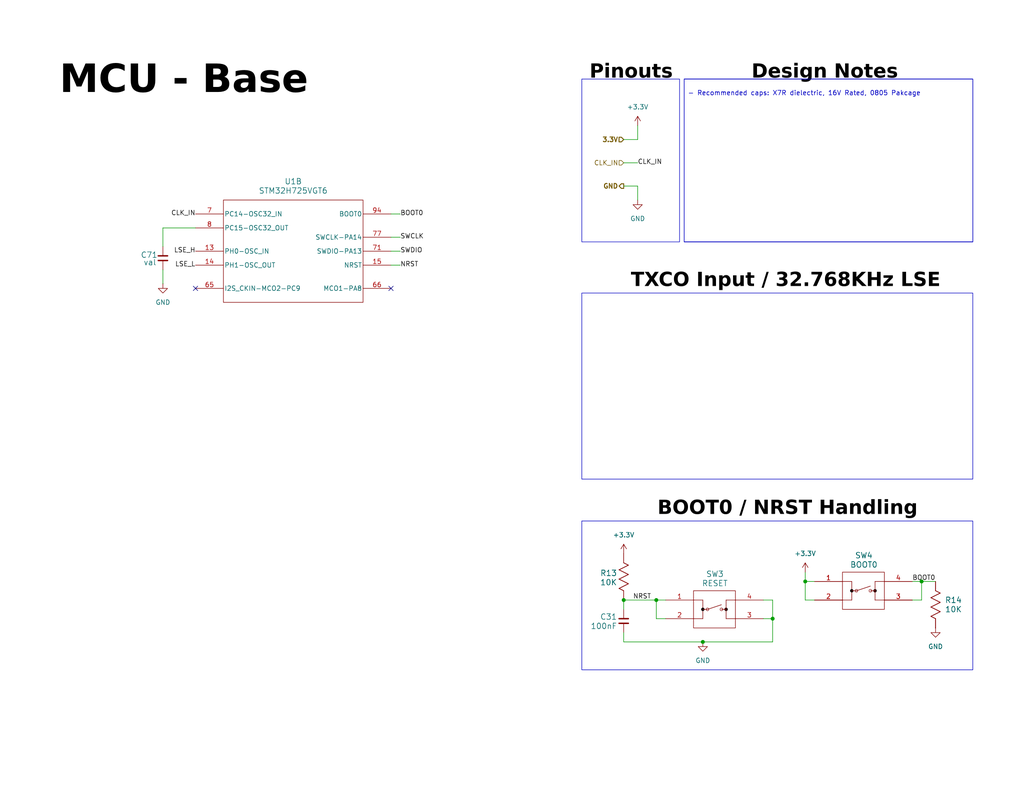
<source format=kicad_sch>
(kicad_sch (version 20250114) (generator "eeschema") (generator_version "9.0")
  (paper "USLetter")
  (title_block (title "${BOARD_NAME}") (date "2025-04-07") (rev "${REVISION}") (company "${DESIGNER}"))
  (lib_symbols
    (symbol "local-button:SKQGADE010" (pin_names (offset 0.254))
      (property "Reference" "SW" (at 13.208 4.064 0))
      (property "Value" "SKQGADE010" (at 13.208 1.524 0))
      (symbol "SKQGADE010_0_1"
        (rectangle (start 7.62 0) (end 19.05 -10.16))
        (polyline (pts (xy 7.62 -2.54) (xy 10.16 -2.54)))
        (polyline (pts (xy 7.62 -7.62) (xy 10.16 -7.62)))
        (polyline (pts (xy 10.16 -2.54) (xy 10.16 -7.62)))
        (circle (center 10.16 -5.08) (radius 0.381) (stroke (width 0) (color 0 0 0 1)) (fill (type outline)))
        (circle (center 11.43 -5.08) (radius 0.381) (stroke (width 0.127)))
        (circle (center 15.24 -5.08) (radius 0.381) (stroke (width 0.127)))
        (circle (center 16.51 -5.08) (radius 0.381) (stroke (width 0) (color 0 0 0 1)) (fill (type outline)))
        (polyline (pts (xy 16.51 -7.62) (xy 16.51 -2.54)))
        (polyline (pts (xy 19.05 -2.54) (xy 16.51 -2.54)))
        (polyline (pts (xy 19.05 -7.62) (xy 16.51 -7.62)))
      )
      (symbol "SKQGADE010_1_1"
        (polyline (pts (xy 10.16 -5.08) (xy 11.43 -5.08)))
        (polyline (pts (xy 11.43 -5.08) (xy 15.24 -3.81)))
        (polyline (pts (xy 16.51 -5.08) (xy 15.24 -5.08)))
        (pin unspecified line (at 0 -2.54 0) (length 7.62) (name "") (number "1"))
        (pin unspecified line (at 0 -7.62 0) (length 7.62) (name "") (number "2"))
        (pin unspecified line (at 26.67 -2.54 180) (length 7.62) (name "") (number "4"))
        (pin unspecified line (at 26.67 -7.62 180) (length 7.62) (name "") (number "3"))
      )
    )
    (symbol "local-cap:Kemet-0805-Cap" (pin_names (offset 0.254))
      (property "Reference" "C" (at 3.048 2.54 0))
      (property "Value" "val" (at 3.048 -2.54 0))
      (symbol "Kemet-0805-Cap_1_1"
        (polyline (pts (xy 2.54 -1.27) (xy 2.54 1.27)) (stroke (width 0.381)))
        (polyline (pts (xy 3.81 -1.27) (xy 3.81 1.27)) (stroke (width 0.381)))
        (pin bidirectional line (at 0 0 0) (length 2.54) (name "") (number "1"))
        (pin bidirectional line (at 6.35 0 180) (length 2.54) (name "") (number "2"))
      )
      (symbol "Kemet-0805-Cap_1_2"
        (polyline (pts (xy -1.905 -3.4798) (xy 1.905 -3.4798)) (stroke (width 0.2032)))
        (polyline (pts (xy -1.905 -4.1148) (xy 1.905 -4.1148)) (stroke (width 0.2032)))
        (polyline (pts (xy 0 -2.54) (xy 0 -3.4798)) (stroke (width 0.2032)))
        (polyline (pts (xy 0 -4.1148) (xy 0 -5.08)) (stroke (width 0.2032)))
        (pin unspecified line (at 0 0 270) (length 2.54) (name "") (number "1"))
        (pin unspecified line (at 0 -7.62 90) (length 2.54) (name "") (number "2"))
      )
    )
    (symbol "local-mcu:STM32H725VGT6" (pin_names (offset 0.254))
      (property "Reference" "U" (at 28.194 4.318 0))
      (property "Value" "STM32H725VGT6" (at 28.194 1.778 0))
      (symbol "STM32H725VGT6_1_1"
        (polyline (pts (xy 0 0) (xy 0 -67.31)) (stroke (width 0.127)))
        (polyline (pts (xy 0 -67.31) (xy 55.88 -67.31)) (stroke (width 0.127)))
        (polyline (pts (xy 55.88 0) (xy 0 0)) (stroke (width 0.127)))
        (polyline (pts (xy 55.88 -67.31) (xy 55.88 0)) (stroke (width 0.127)))
        (pin power_in line (at -7.62 -3.81 0) (length 7.62) (name "VDD") (number "4"))
        (pin power_in line (at -7.62 -7.62 0) (length 7.62) (name "VDD") (number "20"))
        (pin power_in line (at -7.62 -11.43 0) (length 7.62) (name "VDD") (number "30"))
        (pin power_in line (at -7.62 -15.24 0) (length 7.62) (name "VDD") (number "47"))
        (pin power_in line (at -7.62 -19.05 0) (length 7.62) (name "VDD") (number "59"))
        (pin power_in line (at -7.62 -22.86 0) (length 7.62) (name "VDD") (number "75"))
        (pin power_in line (at -7.62 -26.67 0) (length 7.62) (name "VDD") (number "88"))
        (pin power_in line (at -7.62 -30.48 0) (length 7.62) (name "VDD") (number "100"))
        (pin power_out line (at -7.62 -40.64 0) (length 7.62) (name "VSS") (number "21"))
        (pin power_out line (at -7.62 -44.45 0) (length 7.62) (name "VSSA") (number "22"))
        (pin power_out line (at -7.62 -48.26 0) (length 7.62) (name "VSS") (number "29"))
        (pin power_out line (at -7.62 -52.07 0) (length 7.62) (name "VSS") (number "45"))
        (pin power_out line (at -7.62 -55.88 0) (length 7.62) (name "VSS") (number "58"))
        (pin power_out line (at -7.62 -59.69 0) (length 7.62) (name "VSS") (number "73"))
        (pin power_out line (at -7.62 -63.5 0) (length 7.62) (name "VSS") (number "98"))
        (pin power_in line (at 63.5 -3.81 180) (length 7.62) (name "VREF+") (number "23"))
        (pin power_in line (at 63.5 -7.62 180) (length 7.62) (name "VDDA") (number "24"))
        (pin power_in line (at 63.5 -13.97 180) (length 7.62) (name "VDDLDO") (number "46"))
        (pin power_in line (at 63.5 -17.78 180) (length 7.62) (name "VDDLDO") (number "99"))
        (pin power_in line (at 63.5 -21.59 180) (length 7.62) (name "VDDLDO") (number "74"))
        (pin power_in line (at 63.5 -27.94 180) (length 7.62) (name "VBAT") (number "5"))
        (pin power_in line (at 63.5 -31.75 180) (length 7.62) (name "VDD33USB") (number "76"))
        (pin power_in line (at 63.5 -38.1 180) (length 7.62) (name "VCAP") (number "44"))
        (pin power_in line (at 63.5 -41.91 180) (length 7.62) (name "VCAP") (number "72"))
        (pin power_in line (at 63.5 -45.72 180) (length 7.62) (name "VCAP") (number "97"))
        (pin power_in line (at 63.5 -52.07 180) (length 7.62) (name "VFBSMPS") (number "12"))
        (pin power_in line (at 63.5 -55.88 180) (length 7.62) (name "VDDSMPS") (number "11"))
        (pin power_in line (at 63.5 -59.69 180) (length 7.62) (name "VLXSMPS") (number "10"))
        (pin power_out line (at 63.5 -63.5 180) (length 7.62) (name "VSSSMPS") (number "9"))
      )
      (symbol "STM32H725VGT6_2_1"
        (rectangle (start 7.62 0) (end 45.72 -27.94))
        (pin bidirectional line (at 0 -3.81 0) (length 7.62) (name "PC14-OSC32_IN") (number "7"))
        (pin bidirectional line (at 0 -7.62 0) (length 7.62) (name "PC15-OSC32_OUT") (number "8"))
        (pin bidirectional line (at 0 -13.97 0) (length 7.62) (name "PH0-OSC_IN") (number "13"))
        (pin bidirectional line (at 0 -17.78 0) (length 7.62) (name "PH1-OSC_OUT") (number "14"))
        (pin bidirectional line (at 0 -24.13 0) (length 7.62) (name "I2S_CKIN-MCO2-PC9") (number "65"))
        (pin input line (at 53.34 -3.81 180) (length 7.62) (name "BOOT0") (number "94"))
        (pin output line (at 53.34 -10.16 180) (length 7.62) (name "SWCLK-PA14") (number "77"))
        (pin bidirectional line (at 53.34 -13.97 180) (length 7.62) (name "SWDIO-PA13") (number "71"))
        (pin bidirectional line (at 53.34 -17.78 180) (length 7.62) (name "NRST") (number "15"))
        (pin bidirectional line (at 53.34 -24.13 180) (length 7.62) (name "MCO1-PA8") (number "66"))
      )
      (symbol "STM32H725VGT6_3_1"
        (pin bidirectional line (at 0 0 0) (length 7.62) (name "PE2") (number "1"))
        (pin bidirectional line (at 0 -2.54 0) (length 7.62) (name "PE4") (number "2"))
        (pin bidirectional line (at 0 -5.08 0) (length 7.62) (name "PE5") (number "3"))
        (pin bidirectional line (at 0 -12.7 0) (length 7.62) (name "PC13") (number "6"))
        (pin bidirectional line (at 0 -38.1 0) (length 7.62) (name "PC0") (number "16"))
        (pin bidirectional line (at 0 -40.64 0) (length 7.62) (name "PC1") (number "17"))
        (pin bidirectional line (at 0 -43.18 0) (length 7.62) (name "PC2_C") (number "18"))
        (pin bidirectional line (at 0 -45.72 0) (length 7.62) (name "PC3_C") (number "19"))
        (pin bidirectional line (at 0 -60.96 0) (length 7.62) (name "PA0") (number "25"))
        (pin bidirectional line (at 0 -63.5 0) (length 7.62) (name "PA1") (number "26"))
        (pin bidirectional line (at 0 -66.04 0) (length 7.62) (name "PA2") (number "27"))
        (pin bidirectional line (at 0 -68.58 0) (length 7.62) (name "PA3") (number "28"))
        (pin bidirectional line (at 0 -76.2 0) (length 7.62) (name "PA4") (number "31"))
        (pin bidirectional line (at 0 -78.74 0) (length 7.62) (name "PA5") (number "32"))
        (pin bidirectional line (at 0 -81.28 0) (length 7.62) (name "PA6") (number "33"))
        (pin bidirectional line (at 0 -83.82 0) (length 7.62) (name "PA7") (number "34"))
        (pin bidirectional line (at 0 -86.36 0) (length 7.62) (name "PC4") (number "35"))
        (pin bidirectional line (at 0 -88.9 0) (length 7.62) (name "PC5") (number "36"))
        (pin bidirectional line (at 0 -91.44 0) (length 7.62) (name "PB0") (number "37"))
        (pin bidirectional line (at 0 -93.98 0) (length 7.62) (name "PB1") (number "38"))
        (pin bidirectional line (at 0 -96.52 0) (length 7.62) (name "PB2") (number "39"))
        (pin bidirectional line (at 0 -99.06 0) (length 7.62) (name "PE7") (number "40"))
        (pin bidirectional line (at 0 -101.6 0) (length 7.62) (name "PE8") (number "41"))
        (pin bidirectional line (at 0 -104.14 0) (length 7.62) (name "PB10") (number "42"))
        (pin bidirectional line (at 0 -106.68 0) (length 7.62) (name "PB11") (number "43"))
        (pin bidirectional line (at 0 -119.38 0) (length 7.62) (name "PB12") (number "48"))
        (pin bidirectional line (at 0 -121.92 0) (length 7.62) (name "PB13") (number "49"))
        (pin bidirectional line (at 0 -124.46 0) (length 7.62) (name "PB14") (number "50"))
        (pin bidirectional line (at 71.12 -10.16 180) (length 7.62) (name "PB9") (number "96"))
        (pin bidirectional line (at 71.12 -12.7 180) (length 7.62) (name "PB8") (number "95"))
        (pin bidirectional line (at 71.12 -17.78 180) (length 7.62) (name "PB7") (number "93"))
        (pin bidirectional line (at 71.12 -20.32 180) (length 7.62) (name "PB6") (number "92"))
        (pin bidirectional line (at 71.12 -22.86 180) (length 7.62) (name "PB5") (number "91"))
        (pin bidirectional line (at 71.12 -25.4 180) (length 7.62) (name "PB4") (number "90"))
        (pin bidirectional line (at 71.12 -27.94 180) (length 7.62) (name "PB3") (number "89"))
        (pin bidirectional line (at 71.12 -33.02 180) (length 7.62) (name "PD5") (number "87"))
        (pin bidirectional line (at 71.12 -35.56 180) (length 7.62) (name "PD4") (number "86"))
        (pin bidirectional line (at 71.12 -38.1 180) (length 7.62) (name "PD3") (number "85"))
        (pin bidirectional line (at 71.12 -40.64 180) (length 7.62) (name "PD2") (number "84"))
        (pin bidirectional line (at 71.12 -43.18 180) (length 7.62) (name "PD1") (number "83"))
        (pin bidirectional line (at 71.12 -45.72 180) (length 7.62) (name "PD0") (number "82"))
        (pin bidirectional line (at 71.12 -48.26 180) (length 7.62) (name "PC12") (number "81"))
        (pin bidirectional line (at 71.12 -50.8 180) (length 7.62) (name "PC11") (number "80"))
        (pin bidirectional line (at 71.12 -53.34 180) (length 7.62) (name "PC10") (number "79"))
        (pin bidirectional line (at 71.12 -55.88 180) (length 7.62) (name "PA15") (number "78"))
        (pin bidirectional line (at 71.12 -76.2 180) (length 7.62) (name "PA12") (number "70"))
        (pin bidirectional line (at 71.12 -78.74 180) (length 7.62) (name "PA11") (number "69"))
        (pin bidirectional line (at 71.12 -81.28 180) (length 7.62) (name "PA10") (number "68"))
        (pin bidirectional line (at 71.12 -83.82 180) (length 7.62) (name "PA9") (number "67"))
        (pin bidirectional line (at 71.12 -91.44 180) (length 7.62) (name "PC8") (number "64"))
        (pin bidirectional line (at 71.12 -93.98 180) (length 7.62) (name "PC7") (number "63"))
        (pin bidirectional line (at 71.12 -96.52 180) (length 7.62) (name "PC6") (number "62"))
        (pin bidirectional line (at 71.12 -99.06 180) (length 7.62) (name "PD15") (number "61"))
        (pin bidirectional line (at 71.12 -101.6 180) (length 7.62) (name "PD14") (number "60"))
        (pin bidirectional line (at 71.12 -109.22 180) (length 7.62) (name "PD13") (number "57"))
        (pin bidirectional line (at 71.12 -111.76 180) (length 7.62) (name "PD12") (number "56"))
        (pin bidirectional line (at 71.12 -114.3 180) (length 7.62) (name "PD11") (number "55"))
        (pin bidirectional line (at 71.12 -116.84 180) (length 7.62) (name "PD10") (number "54"))
        (pin bidirectional line (at 71.12 -119.38 180) (length 7.62) (name "PD9") (number "53"))
        (pin bidirectional line (at 71.12 -121.92 180) (length 7.62) (name "PD8") (number "52"))
        (pin bidirectional line (at 71.12 -124.46 180) (length 7.62) (name "PB15") (number "51"))
      )
    )
    (symbol "local-res:PANASONIC_0805_RES" (pin_names (offset 0.254))
      (property "Reference" "R" (at 6.35 2.794 0))
      (property "Value" "val" (at 6.35 -2.54 0))
      (symbol "PANASONIC_0805_RES_1_1"
        (polyline (pts (xy 2.54 0) (xy 3.175 1.27)) (stroke (width 0.2032)))
        (polyline (pts (xy 3.175 1.27) (xy 4.445 -1.27)) (stroke (width 0.2032)))
        (polyline (pts (xy 4.445 -1.27) (xy 5.715 1.27)) (stroke (width 0.2032)))
        (polyline (pts (xy 5.715 1.27) (xy 6.985 -1.27)) (stroke (width 0.2032)))
        (polyline (pts (xy 6.985 -1.27) (xy 8.255 1.27)) (stroke (width 0.2032)))
        (polyline (pts (xy 8.255 1.27) (xy 9.525 -1.27)) (stroke (width 0.2032)))
        (polyline (pts (xy 9.525 -1.27) (xy 10.16 0)) (stroke (width 0.2032)))
        (pin unspecified line (at 0 0 0) (length 2.54) (name "") (number "2"))
        (pin unspecified line (at 12.7 0 180) (length 2.54) (name "") (number "1"))
      )
      (symbol "PANASONIC_0805_RES_1_2"
        (polyline (pts (xy -1.27 8.255) (xy 1.27 9.525)) (stroke (width 0.2032)))
        (polyline (pts (xy -1.27 5.715) (xy 1.27 6.985)) (stroke (width 0.2032)))
        (polyline (pts (xy -1.27 3.175) (xy 1.27 4.445)) (stroke (width 0.2032)))
        (polyline (pts (xy 0 2.54) (xy -1.27 3.175)) (stroke (width 0.2032)))
        (polyline (pts (xy 1.27 9.525) (xy 0 10.16)) (stroke (width 0.2032)))
        (polyline (pts (xy 1.27 6.985) (xy -1.27 8.255)) (stroke (width 0.2032)))
        (polyline (pts (xy 1.27 4.445) (xy -1.27 5.715)) (stroke (width 0.2032)))
        (pin unspecified line (at 0 12.7 270) (length 2.54) (name "") (number "1"))
        (pin unspecified line (at 0 0 90) (length 2.54) (name "") (number "2"))
      )
    )
    (symbol "power:+3.3V" (power) (pin_numbers (hide yes)) (pin_names (offset 0) (hide yes))
      (property "Value" "+3.3V" (at 0 3.556 0))
      (symbol "+3.3V_0_1"
        (polyline (pts (xy -0.762 1.27) (xy 0 2.54)))
        (polyline (pts (xy 0 2.54) (xy 0.762 1.27)))
        (polyline (pts (xy 0 0) (xy 0 2.54)))
      )
      (symbol "+3.3V_1_1"
        (pin power_in line (at 0 0 90) (length 0) (name "~") (number "1"))
      )
    )
    (symbol "power:GND" (power) (pin_numbers (hide yes)) (pin_names (offset 0) (hide yes))
      (property "Value" "GND" (at 0 -3.81 0))
      (symbol "GND_0_1"
        (polyline (pts (xy 0 0) (xy 0 -1.27) (xy 1.27 -1.27) (xy 0 -2.54) (xy -1.27 -1.27) (xy 0 -1.27)))
      )
      (symbol "GND_1_1"
        (pin power_in line (at 0 0 270) (length 0) (name "~") (number "1"))
      )
    )
  )
  (rectangle (start 186.69 21.59) (end 265.43 66.04))
  (rectangle (start 158.75 21.59) (end 185.42 66.04))
  (rectangle (start 158.75 80.01) (end 265.43 130.81))
  (rectangle (start 158.75 142.24) (end 265.43 182.88))
  (text "MCU - Base" (exclude_from_sim yes) (at 16.256 24.13 0) (effects (font (size 7.62 7.62) (thickness 0.254) (bold yes)) (justify left)))
  (text "TXCO Input / 32.768KHz LSE" (exclude_from_sim yes) (at 214.376 77.724 0) (effects (font (size 3.81 3.81) (thickness 1.016) (bold yes))))
  (text "BOOT0 / NRST Handling" (exclude_from_sim yes) (at 214.884 139.954 0) (effects (font (size 3.81 3.81) (thickness 1.016) (bold yes))))
  (text "Design Notes" (exclude_from_sim yes) (at 225.044 20.828 0) (effects (font (size 3.81 3.81) (thickness 1.016) (bold yes))))
  (text "Pinouts" (exclude_from_sim yes) (at 172.212 20.828 0) (effects (font (size 3.81 3.81) (thickness 1.016) (bold yes))))
  (text_box "\n- Recommended caps: X7R dielectric, 16V Rated, 0805 Pakcage" (exclude_from_sim yes) (at 186.69 21.59 0) (size 78.74 44.45) (margins 0.9525 0.9525 0.9525 0.9525) (effects (font (size 1.27 1.27) (thickness 0.1588)) (justify left top)))
  (junction (at 191.77 175.26))
  (junction (at 179.07 163.83))
  (junction (at 251.46 158.75))
  (junction (at 210.82 168.91))
  (junction (at 170.18 163.83))
  (junction (at 219.71 158.75))
  (no_connect (at 106.68 78.74))
  (no_connect (at 53.34 78.74))
  (wire (pts (xy 181.61 163.83) (xy 179.07 163.83)))
  (wire (pts (xy 210.82 163.83) (xy 210.82 168.91)))
  (polyline (pts (xy 218.44 21.59) (xy 222.25 21.59)) (stroke (width 0.508) (type solid) (color 255 255 255 1)))
  (wire (pts (xy 173.99 54.61) (xy 173.99 50.8)))
  (wire (pts (xy 109.22 64.77) (xy 106.68 64.77)))
  (wire (pts (xy 109.22 68.58) (xy 106.68 68.58)))
  (wire (pts (xy 179.07 168.91) (xy 181.61 168.91)))
  (wire (pts (xy 109.22 58.42) (xy 106.68 58.42)))
  (wire (pts (xy 219.71 158.75) (xy 219.71 156.21)))
  (wire (pts (xy 44.45 62.23) (xy 44.45 67.31)))
  (wire (pts (xy 109.22 72.39) (xy 106.68 72.39)))
  (wire (pts (xy 219.71 163.83) (xy 222.25 163.83)))
  (wire (pts (xy 173.99 50.8) (xy 170.18 50.8)))
  (wire (pts (xy 210.82 168.91) (xy 208.28 168.91)))
  (wire (pts (xy 251.46 163.83) (xy 248.92 163.83)))
  (wire (pts (xy 173.99 38.1) (xy 170.18 38.1)))
  (wire (pts (xy 251.46 158.75) (xy 255.27 158.75)))
  (wire (pts (xy 44.45 73.66) (xy 44.45 77.47)))
  (wire (pts (xy 170.18 44.45) (xy 173.99 44.45)))
  (wire (pts (xy 219.71 158.75) (xy 219.71 163.83)))
  (wire (pts (xy 170.18 175.26) (xy 170.18 172.72)))
  (wire (pts (xy 210.82 168.91) (xy 210.82 175.26)))
  (wire (pts (xy 210.82 175.26) (xy 191.77 175.26)))
  (wire (pts (xy 248.92 158.75) (xy 251.46 158.75)))
  (wire (pts (xy 251.46 158.75) (xy 251.46 163.83)))
  (wire (pts (xy 208.28 163.83) (xy 210.82 163.83)))
  (wire (pts (xy 170.18 166.37) (xy 170.18 163.83)))
  (wire (pts (xy 179.07 163.83) (xy 179.07 168.91)))
  (wire (pts (xy 191.77 175.26) (xy 170.18 175.26)))
  (wire (pts (xy 173.99 34.29) (xy 173.99 38.1)))
  (wire (pts (xy 170.18 163.83) (xy 179.07 163.83)))
  (wire (pts (xy 219.71 158.75) (xy 222.25 158.75)))
  (wire (pts (xy 53.34 62.23) (xy 44.45 62.23)))
  (label "BOOT0" (at 109.22 58.42 0))
  (label "LSE_L" (at 53.34 72.39 180))
  (label "BOOT0" (at 248.92 158.75 0))
  (label "NRST" (at 109.22 72.39 0))
  (label "SWCLK" (at 109.22 64.77 0))
  (label "CLK_IN" (at 53.34 58.42 180))
  (label "SWDIO" (at 109.22 68.58 0))
  (label "CLK_IN" (at 173.99 44.45 0))
  (label "NRST" (at 172.72 163.83 0))
  (label "LSE_H" (at 53.34 68.58 180))
  (hierarchical_label "GND" (shape output) (at 170.18 50.8 180) (effects (font (thickness 0.254) (bold yes))))
  (hierarchical_label "CLK_IN" (shape input) (at 170.18 44.45 180))
  (hierarchical_label "3.3V" (shape input) (at 170.18 38.1 180) (effects (font (thickness 0.254) (bold yes))))
  (symbol (lib_id "power:+3.3V") (at 219.71 156.21 0) (unit 1)
    (property "Reference" "#PWR031" (effects (hide yes)))
    (property "Value" "+3.3V" (at 219.71 151.13 0))
    (property "Description" "Power symbol creates a global label with name \"+3.3V\"" (effects (hide yes)))
  )
  (symbol (lib_id "local-mcu:STM32H725VGT6") (at 53.34 54.61 0) (unit 2)
    (property "Reference" "U1" (at 80.01 49.53 0) (effects (font (size 1.524 1.524))))
    (property "Value" "STM32H725VGT6" (at 80.01 52.07 0) (effects (font (size 1.524 1.524))))
    (property "Footprint" "local-mcu:STM32H725VGT6_LQFP100_14X14M" (effects (hide yes)))
    (property "Datasheet" "${KIPRJMOD}/docs/stm32h725vgt6.pdf" (effects (hide yes)))
    (property "Description" "STM32H7 32BIT 1MB FLASH" (effects (hide yes)))
    (property "Supplier" "Digi-Key" (effects (hide yes)))
    (property "Supplier Part Number" "497-STM32H725VGT6-ND" (effects (hide yes)))
    (property "Package" "100LQFP" (effects (hide yes)))
  )
  (symbol (lib_id "local-cap:Kemet-0805-Cap") (at 170.18 172.72 90) (unit 1)
    (property "Reference" "C31" (at 168.402 168.402 90) (effects (font (size 1.524 1.524)) (justify left)))
    (property "Value" "100nF" (at 168.402 170.942 90) (effects (font (size 1.524 1.524)) (justify left)))
    (property "Footprint" "CAPC220145_88N_KEM" (effects (hide yes)))
    (property "Datasheet" "${KIPRJMOD}/docs/kemet_0805_100nf_x7r_cap.pdf" (effects (hide yes)))
    (property "Description" "KEMET 0805 X7R Capacitor" (effects (hide yes)))
    (property "Manufacture" "KEMET" (effects (hide yes)))
    (property "Manufacturer Part Number" "C0805C104K4RACTU" (effects (hide yes)))
    (property "Supplier" "Digikey" (effects (hide yes)))
    (property "Supplier Part Number" "C0805C104K4RACTU" (effects (hide yes)))
  )
  (symbol (lib_id "power:GND") (at 173.99 54.61 0) (unit 1)
    (property "Reference" "#PWR029" (effects (hide yes)))
    (property "Value" "GND" (at 173.99 59.69 0))
    (property "Description" "Power symbol creates a global label with name \"GND\" , ground" (effects (hide yes)))
  )
  (symbol (lib_id "power:+3.3V") (at 173.99 34.29 0) (unit 1)
    (property "Reference" "#PWR028" (effects (hide yes)))
    (property "Value" "+3.3V" (at 173.99 29.21 0))
    (property "Description" "Power symbol creates a global label with name \"+3.3V\"" (effects (hide yes)))
  )
  (symbol (lib_id "local-button:SKQGADE010") (at 181.61 161.29 0) (unit 1)
    (property "Reference" "SW3" (at 195.072 156.718 0) (effects (font (size 1.524 1.524))))
    (property "Value" "RESET" (at 195.072 159.258 0) (effects (font (size 1.524 1.524))))
    (property "Footprint" "SKQGADE010_AAL" (effects (hide yes)))
    (property "Datasheet" "${KIPRJMOD}/docs/SKQGADE010.pdf" (effects (hide yes)))
    (property "Description" "SPST SMD Button" (effects (hide yes)))
    (property "Manufacturer" "ALPS ELECTRIC CO.,LTD." (effects (hide yes)))
    (property "Manufacturer Part Number" "SKQGADE010" (effects (hide yes)))
    (property "Supplier" "Digi-Key" (effects (hide yes)))
    (property "Supplier Part Number" "SKQGADE010" (effects (hide yes)))
  )
  (symbol (lib_id "power:GND") (at 255.27 171.45 0) (unit 1)
    (property "Reference" "#PWR032" (effects (hide yes)))
    (property "Value" "GND" (at 255.27 176.53 0))
    (property "Description" "Power symbol creates a global label with name \"GND\" , ground" (effects (hide yes)))
  )
  (symbol (lib_id "local-res:PANASONIC_0805_RES") (at 170.18 163.83 90) (unit 1)
    (property "Reference" "R13" (at 168.402 156.464 90) (effects (font (size 1.524 1.524)) (justify left)))
    (property "Value" "10K" (at 168.402 159.004 90) (effects (font (size 1.524 1.524)) (justify left)))
    (property "Footprint" "RC0805N_PAN" (effects (hide yes)))
    (property "Datasheet" "${KIPRJMOD}/docs/ERA-6AEB103V.pdf" (effects (hide yes)))
    (property "Description" "Panasonic 0805 Resistor" (effects (hide yes)))
    (property "Supplier" "Digi-Key" (effects (hide yes)))
    (property "Supplier Part Number" "ERA-6AEB103V" (effects (hide yes)))
  )
  (symbol (lib_id "local-button:SKQGADE010") (at 222.25 156.21 0) (unit 1)
    (property "Reference" "SW4" (at 235.712 151.638 0) (effects (font (size 1.524 1.524))))
    (property "Value" "BOOT0" (at 235.712 154.178 0) (effects (font (size 1.524 1.524))))
    (property "Footprint" "SKQGADE010_AAL" (effects (hide yes)))
    (property "Datasheet" "${KIPRJMOD}/docs/SKQGADE010.pdf" (effects (hide yes)))
    (property "Description" "SPST SMD Button" (effects (hide yes)))
    (property "Manufacturer" "ALPS ELECTRIC CO.,LTD." (effects (hide yes)))
    (property "Manufacturer Part Number" "SKQGADE010" (effects (hide yes)))
    (property "Supplier" "Digi-Key" (effects (hide yes)))
    (property "Supplier Part Number" "SKQGADE010" (effects (hide yes)))
  )
  (symbol (lib_id "local-cap:Kemet-0805-Cap") (at 44.45 73.66 90) (unit 1)
    (property "Reference" "C71" (at 38.354 69.596 90) (effects (font (size 1.524 1.524)) (justify right)))
    (property "Value" "val" (at 39.116 71.628 90) (effects (font (size 1.524 1.524)) (justify right)))
    (property "Footprint" "CAPC220145_88N_KEM" (effects (hide yes)))
    (property "Datasheet" "${KIPRJMOD}/docs/kemet_0805_100nf_x7r_cap.pdf" (effects (hide yes)))
    (property "Description" "KEMET 0805 X7R Capacitor" (effects (hide yes)))
    (property "Manufacture" "KEMET" (effects (hide yes)))
    (property "Manufacturer Part Number" "C0805C104K4RACTU" (effects (hide yes)))
    (property "Supplier" "Digikey" (effects (hide yes)))
    (property "Supplier Part Number" "C0805C104K4RACTU" (effects (hide yes)))
  )
  (symbol (lib_id "power:GND") (at 191.77 175.26 0) (unit 1)
    (property "Reference" "#PWR030" (effects (hide yes)))
    (property "Value" "GND" (at 191.77 180.34 0))
    (property "Description" "Power symbol creates a global label with name \"GND\" , ground" (effects (hide yes)))
  )
  (symbol (lib_id "power:+3.3V") (at 170.18 151.13 0) (unit 1)
    (property "Reference" "#PWR027" (effects (hide yes)))
    (property "Value" "+3.3V" (at 170.18 146.05 0))
    (property "Description" "Power symbol creates a global label with name \"+3.3V\"" (effects (hide yes)))
  )
  (symbol (lib_id "local-res:PANASONIC_0805_RES") (at 255.27 171.45 90) (unit 1)
    (property "Reference" "R14" (at 257.81 163.8299 90) (effects (font (size 1.524 1.524)) (justify right)))
    (property "Value" "10K" (at 257.81 166.3699 90) (effects (font (size 1.524 1.524)) (justify right)))
    (property "Footprint" "RC0805N_PAN" (effects (hide yes)))
    (property "Datasheet" "${KIPRJMOD}/docs/ERA-6AEB103V.pdf" (effects (hide yes)))
    (property "Description" "Panasonic 0805 Resistor" (effects (hide yes)))
    (property "Supplier" "Digi-Key" (effects (hide yes)))
    (property "Supplier Part Number" "ERA-6AEB103V" (effects (hide yes)))
  )
  (symbol (lib_id "power:GND") (at 44.45 77.47 0) (unit 1)
    (property "Reference" "#PWR060" (effects (hide yes)))
    (property "Value" "GND" (at 44.45 82.55 0))
    (property "Description" "Power symbol creates a global label with name \"GND\" , ground" (effects (hide yes)))
  )
)
</source>
